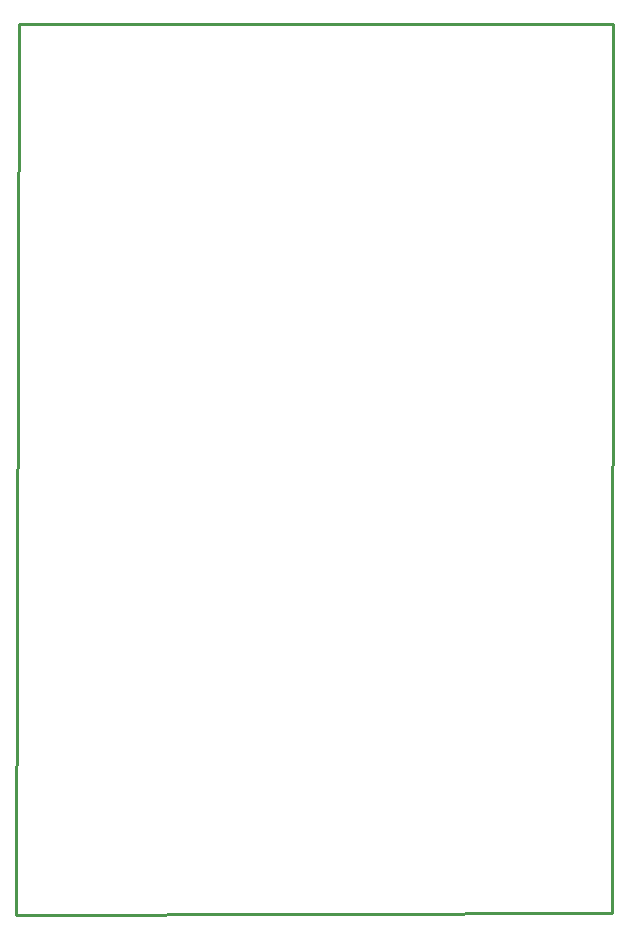
<source format=gko>
G04 EAGLE Gerber RS-274X export*
G75*
%MOMM*%
%FSLAX34Y34*%
%LPD*%
%AMOC8*
5,1,8,0,0,1.08239X$1,22.5*%
G01*
%ADD10C,0.254000*%


D10*
X-1778Y245618D02*
X502212Y247396D01*
X503228Y1000254D01*
X0Y1000000D01*
X-1778Y245618D01*
M02*

</source>
